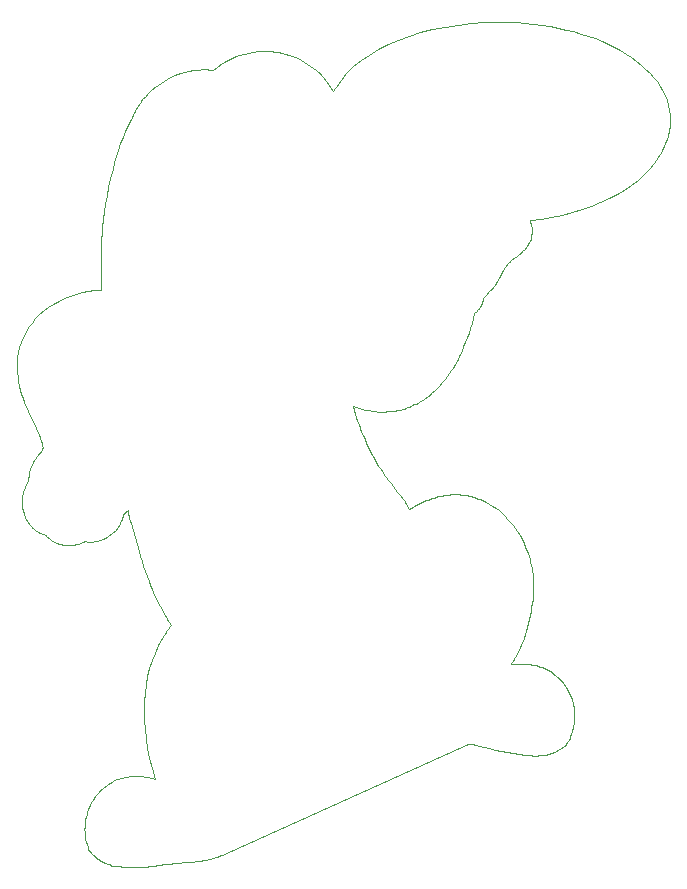
<source format=gbr>
%TF.GenerationSoftware,KiCad,Pcbnew,7.0.6*%
%TF.CreationDate,2023-07-13T14:25:20-05:00*%
%TF.ProjectId,SAO_AMAMW,53414f5f-414d-4414-9d57-2e6b69636164,rev?*%
%TF.SameCoordinates,Original*%
%TF.FileFunction,Profile,NP*%
%FSLAX46Y46*%
G04 Gerber Fmt 4.6, Leading zero omitted, Abs format (unit mm)*
G04 Created by KiCad (PCBNEW 7.0.6) date 2023-07-13 14:25:20*
%MOMM*%
%LPD*%
G01*
G04 APERTURE LIST*
%TA.AperFunction,Profile*%
%ADD10C,0.100000*%
%TD*%
G04 APERTURE END LIST*
%TO.C,X1*%
D10*
X156208243Y-59602864D02*
X156956788Y-59634227D01*
X157693279Y-59685910D01*
X158416867Y-59757433D01*
X159126708Y-59848315D01*
X159821954Y-59958075D01*
X160501760Y-60086233D01*
X161165278Y-60232306D01*
X161811662Y-60395815D01*
X162440066Y-60576278D01*
X163049643Y-60773215D01*
X163639547Y-60986145D01*
X164208931Y-61214586D01*
X164756950Y-61458059D01*
X165282755Y-61716082D01*
X165785502Y-61988174D01*
X166264344Y-62273854D01*
X166718433Y-62572641D01*
X167146924Y-62884056D01*
X167548970Y-63207616D01*
X167923725Y-63542840D01*
X168270342Y-63889249D01*
X168587975Y-64246361D01*
X168875778Y-64613695D01*
X169132903Y-64990770D01*
X169358504Y-65377105D01*
X169551736Y-65772221D01*
X169711751Y-66175634D01*
X169837704Y-66586866D01*
X169928747Y-67005434D01*
X169984034Y-67430859D01*
X170002719Y-67862659D01*
X169998516Y-68066512D01*
X169985944Y-68270094D01*
X169965051Y-68473271D01*
X169935889Y-68675909D01*
X169898509Y-68877872D01*
X169852962Y-69079026D01*
X169799298Y-69279237D01*
X169737569Y-69478370D01*
X169667824Y-69676290D01*
X169590115Y-69872864D01*
X169504493Y-70067957D01*
X169411008Y-70261433D01*
X169309712Y-70453159D01*
X169200655Y-70643000D01*
X169083887Y-70830822D01*
X168959460Y-71016490D01*
X168620483Y-71527564D01*
X168224898Y-72019622D01*
X167775148Y-72491682D01*
X167273671Y-72942761D01*
X166722909Y-73371877D01*
X166125302Y-73778048D01*
X165483290Y-74160291D01*
X164799315Y-74517623D01*
X164075817Y-74849062D01*
X163315236Y-75153626D01*
X162520013Y-75430332D01*
X161692588Y-75678197D01*
X160835402Y-75896240D01*
X159950895Y-76083477D01*
X159041509Y-76238926D01*
X158109683Y-76361606D01*
X158170670Y-76514859D01*
X158219819Y-76671237D01*
X158257186Y-76830037D01*
X158282826Y-76990560D01*
X158296795Y-77152103D01*
X158299150Y-77313965D01*
X158289945Y-77475443D01*
X158269236Y-77635838D01*
X158237080Y-77794446D01*
X158193532Y-77950567D01*
X158138648Y-78103499D01*
X158072484Y-78252540D01*
X157995095Y-78396990D01*
X157906537Y-78536146D01*
X157806867Y-78669307D01*
X157696139Y-78795772D01*
X157638935Y-78854942D01*
X157581473Y-78912442D01*
X157466074Y-79022697D01*
X157350550Y-79127067D01*
X157235509Y-79226083D01*
X157121559Y-79320274D01*
X157009307Y-79410171D01*
X156792331Y-79579204D01*
X156655215Y-79685760D01*
X156531268Y-79784251D01*
X156474170Y-79830976D01*
X156420288Y-79876288D01*
X156369597Y-79920388D01*
X156322072Y-79963477D01*
X156277688Y-80005757D01*
X156236420Y-80047430D01*
X156198242Y-80088695D01*
X156163129Y-80129754D01*
X156131057Y-80170808D01*
X156102000Y-80212059D01*
X156075932Y-80253708D01*
X156052829Y-80295955D01*
X155881080Y-80625028D01*
X155694261Y-80963962D01*
X155491188Y-81308005D01*
X155383187Y-81480458D01*
X155270680Y-81652408D01*
X155153519Y-81823260D01*
X155031557Y-81992420D01*
X154904645Y-82159296D01*
X154772636Y-82323293D01*
X154635382Y-82483817D01*
X154492736Y-82640275D01*
X154344550Y-82792073D01*
X154190677Y-82938617D01*
X154183719Y-82980026D01*
X154175931Y-83021298D01*
X154167300Y-83062422D01*
X154157813Y-83103384D01*
X154147457Y-83144173D01*
X154136221Y-83184776D01*
X154124092Y-83225181D01*
X154111056Y-83265376D01*
X154092107Y-83319274D01*
X154070792Y-83374797D01*
X154046970Y-83431785D01*
X154020501Y-83490076D01*
X153991246Y-83549510D01*
X153959062Y-83609925D01*
X153923811Y-83671162D01*
X153885352Y-83733058D01*
X153843544Y-83795454D01*
X153798248Y-83858188D01*
X153749322Y-83921099D01*
X153696627Y-83984028D01*
X153640022Y-84046812D01*
X153579367Y-84109291D01*
X153514522Y-84171305D01*
X153445346Y-84232692D01*
X153327756Y-84669418D01*
X153205245Y-85094519D01*
X153077631Y-85508527D01*
X152944730Y-85911971D01*
X152806359Y-86305381D01*
X152662336Y-86689288D01*
X152512477Y-87064222D01*
X152356601Y-87430713D01*
X152253579Y-87660548D01*
X152148781Y-87883169D01*
X152042017Y-88098925D01*
X151933099Y-88308166D01*
X151821836Y-88511245D01*
X151708040Y-88708510D01*
X151591523Y-88900311D01*
X151472094Y-89087001D01*
X151308047Y-89330520D01*
X151142921Y-89562842D01*
X150976405Y-89784331D01*
X150808189Y-89995349D01*
X150723347Y-90097045D01*
X150637964Y-90196259D01*
X150552001Y-90293037D01*
X150465419Y-90387424D01*
X150378180Y-90479465D01*
X150290245Y-90569206D01*
X150201575Y-90656692D01*
X150112132Y-90741969D01*
X150004548Y-90840988D01*
X149893602Y-90939151D01*
X149779408Y-91036371D01*
X149662075Y-91132563D01*
X149541715Y-91227638D01*
X149418441Y-91321510D01*
X149292363Y-91414092D01*
X149163592Y-91505298D01*
X149079902Y-91562435D01*
X148996225Y-91617110D01*
X148912729Y-91669392D01*
X148829583Y-91719350D01*
X148665011Y-91812568D01*
X148503856Y-91897311D01*
X148347464Y-91974130D01*
X148197180Y-92043572D01*
X148054351Y-92106187D01*
X147920321Y-92162524D01*
X147776262Y-92219506D01*
X147630907Y-92271964D01*
X147484374Y-92319865D01*
X147336780Y-92363174D01*
X147188244Y-92401858D01*
X147038884Y-92435881D01*
X146888817Y-92465210D01*
X146738162Y-92489810D01*
X146585551Y-92511450D01*
X146423532Y-92532004D01*
X146253216Y-92550412D01*
X146075712Y-92565614D01*
X145892131Y-92576549D01*
X145703583Y-92582157D01*
X145511179Y-92581379D01*
X145316027Y-92573153D01*
X145037466Y-92550761D01*
X144759723Y-92518934D01*
X144482997Y-92477712D01*
X144207486Y-92427136D01*
X143933389Y-92367245D01*
X143660905Y-92298082D01*
X143390232Y-92219686D01*
X143121569Y-92132098D01*
X143219590Y-92443839D01*
X143320934Y-92753679D01*
X143425552Y-93061456D01*
X143533395Y-93367003D01*
X143644412Y-93670158D01*
X143758555Y-93970755D01*
X143875775Y-94268629D01*
X143996020Y-94563617D01*
X144145357Y-94916291D01*
X144298169Y-95263534D01*
X144453959Y-95604179D01*
X144612231Y-95937060D01*
X144690241Y-96080370D01*
X144767210Y-96219737D01*
X144843284Y-96355682D01*
X144918612Y-96488727D01*
X145018785Y-96662247D01*
X145117185Y-96829349D01*
X145213946Y-96990262D01*
X145309207Y-97145217D01*
X145403103Y-97294443D01*
X145495770Y-97438169D01*
X145587346Y-97576625D01*
X145677966Y-97710040D01*
X145823915Y-97918972D01*
X145981150Y-98138100D01*
X146152622Y-98371465D01*
X146341281Y-98623111D01*
X146525452Y-98864457D01*
X146716890Y-99111406D01*
X146916910Y-99365695D01*
X147126826Y-99629062D01*
X147408343Y-99986514D01*
X147447736Y-100044903D01*
X147486854Y-100104371D01*
X147525866Y-100165203D01*
X147564943Y-100227684D01*
X147604256Y-100292100D01*
X147643975Y-100358735D01*
X147684271Y-100427875D01*
X147725314Y-100499804D01*
X147766732Y-100574113D01*
X147807205Y-100648966D01*
X147846684Y-100724315D01*
X147885119Y-100800113D01*
X148044357Y-100711671D01*
X148203684Y-100625592D01*
X148363266Y-100541957D01*
X148523266Y-100460845D01*
X148683848Y-100382338D01*
X148845177Y-100306518D01*
X149007418Y-100233463D01*
X149170733Y-100163257D01*
X149344486Y-100092331D01*
X149516742Y-100026091D01*
X149687572Y-99964521D01*
X149857048Y-99907606D01*
X150025242Y-99855331D01*
X150192226Y-99807682D01*
X150358071Y-99764642D01*
X150522849Y-99726197D01*
X150686632Y-99692332D01*
X150849491Y-99663031D01*
X151011498Y-99638280D01*
X151172725Y-99618062D01*
X151333244Y-99602364D01*
X151493126Y-99591170D01*
X151652443Y-99584464D01*
X151811267Y-99582232D01*
X151977180Y-99584743D01*
X152142611Y-99592268D01*
X152307525Y-99604801D01*
X152471887Y-99622333D01*
X152635661Y-99644857D01*
X152798812Y-99672366D01*
X152961305Y-99704851D01*
X153123105Y-99742305D01*
X153284176Y-99784720D01*
X153444483Y-99832088D01*
X153603990Y-99884401D01*
X153762664Y-99941653D01*
X153920468Y-100003834D01*
X154077366Y-100070938D01*
X154233325Y-100142957D01*
X154388308Y-100219882D01*
X154679247Y-100378969D01*
X154962080Y-100553052D01*
X155236471Y-100741736D01*
X155502084Y-100944627D01*
X155758585Y-101161329D01*
X156005637Y-101391448D01*
X156242905Y-101634589D01*
X156470053Y-101890357D01*
X156686747Y-102158357D01*
X156892649Y-102438193D01*
X157087425Y-102729472D01*
X157270739Y-103031798D01*
X157442255Y-103344777D01*
X157601638Y-103668013D01*
X157748553Y-104001111D01*
X157882663Y-104343677D01*
X157969767Y-104591462D01*
X158049490Y-104841256D01*
X158121804Y-105092835D01*
X158186684Y-105345976D01*
X158244102Y-105600456D01*
X158294032Y-105856049D01*
X158336447Y-106112534D01*
X158371320Y-106369685D01*
X158398624Y-106627280D01*
X158418332Y-106885095D01*
X158430419Y-107142906D01*
X158434856Y-107400489D01*
X158431618Y-107657622D01*
X158420678Y-107914079D01*
X158402008Y-108169638D01*
X158375582Y-108424075D01*
X158328163Y-108786480D01*
X158274773Y-109141155D01*
X158215373Y-109488239D01*
X158149922Y-109827870D01*
X158078377Y-110160188D01*
X158000699Y-110485333D01*
X157916846Y-110803443D01*
X157826777Y-111114657D01*
X157730451Y-111419116D01*
X157627827Y-111716957D01*
X157518864Y-112008320D01*
X157403520Y-112293344D01*
X157281755Y-112572169D01*
X157153527Y-112844933D01*
X157018796Y-113111776D01*
X156877520Y-113372836D01*
X156823571Y-113466880D01*
X156768010Y-113560598D01*
X156711307Y-113654167D01*
X156653933Y-113747760D01*
X156639926Y-113770511D01*
X156575070Y-113875521D01*
X156509219Y-113981120D01*
X156619898Y-113964156D01*
X156730841Y-113949394D01*
X156841989Y-113936853D01*
X156953284Y-113926551D01*
X157064666Y-113918506D01*
X157176076Y-113912737D01*
X157287456Y-113909262D01*
X157398745Y-113908099D01*
X157589341Y-113911536D01*
X157777848Y-113921816D01*
X157964117Y-113938894D01*
X158148000Y-113962722D01*
X158329348Y-113993256D01*
X158508013Y-114030448D01*
X158683846Y-114074253D01*
X158856700Y-114124625D01*
X159026424Y-114181518D01*
X159192872Y-114244885D01*
X159355895Y-114314680D01*
X159515343Y-114390858D01*
X159671069Y-114473372D01*
X159822924Y-114562177D01*
X159970760Y-114657225D01*
X160114428Y-114758471D01*
X160271737Y-114880000D01*
X160422199Y-115008045D01*
X160565746Y-115142309D01*
X160702307Y-115282491D01*
X160831815Y-115428294D01*
X160954200Y-115579417D01*
X161177325Y-115896428D01*
X161371131Y-116231132D01*
X161535067Y-116581134D01*
X161668579Y-116944040D01*
X161771117Y-117317457D01*
X161842128Y-117698992D01*
X161881061Y-118086250D01*
X161887362Y-118476839D01*
X161860482Y-118868364D01*
X161799867Y-119258431D01*
X161704966Y-119644648D01*
X161644486Y-119835564D01*
X161575227Y-120024619D01*
X161497121Y-120211516D01*
X161410098Y-120395953D01*
X161379705Y-120453700D01*
X161347392Y-120509844D01*
X161313205Y-120564351D01*
X161277188Y-120617187D01*
X161239388Y-120668318D01*
X161199851Y-120717710D01*
X161158623Y-120765328D01*
X161115748Y-120811139D01*
X161071274Y-120855109D01*
X161025245Y-120897202D01*
X160977708Y-120937386D01*
X160928708Y-120975626D01*
X160878291Y-121011887D01*
X160826503Y-121046137D01*
X160773390Y-121078340D01*
X160718997Y-121108462D01*
X160609633Y-121181169D01*
X160497507Y-121249078D01*
X160382571Y-121312203D01*
X160264781Y-121370561D01*
X160144091Y-121424165D01*
X160020453Y-121473030D01*
X159893823Y-121517171D01*
X159764153Y-121556603D01*
X159631399Y-121591341D01*
X159495513Y-121621399D01*
X159356450Y-121646792D01*
X159214164Y-121667536D01*
X159068608Y-121683643D01*
X158919737Y-121695131D01*
X158767505Y-121702012D01*
X158611865Y-121704303D01*
X158611590Y-121704303D01*
X158498947Y-121703229D01*
X158387140Y-121700178D01*
X158276336Y-121695403D01*
X158166703Y-121689158D01*
X157951619Y-121673275D01*
X157743228Y-121654559D01*
X157225351Y-121595240D01*
X156708181Y-121518033D01*
X156195327Y-121426432D01*
X155690398Y-121323932D01*
X155197003Y-121214027D01*
X154718752Y-121100213D01*
X153822116Y-120874835D01*
X153743695Y-120855545D01*
X153660182Y-120836155D01*
X153479939Y-120796981D01*
X153285509Y-120757114D01*
X153081012Y-120716357D01*
X152907977Y-120681689D01*
X132102999Y-130078906D01*
X132048672Y-130105844D01*
X131999778Y-130129336D01*
X131976709Y-130140077D01*
X131954208Y-130150300D01*
X131932011Y-130160120D01*
X131909854Y-130169650D01*
X131883503Y-130180643D01*
X131856864Y-130191416D01*
X131802859Y-130212415D01*
X131748110Y-130232867D01*
X131692889Y-130252994D01*
X131637858Y-130273089D01*
X131597347Y-130288255D01*
X131556663Y-130303094D01*
X131515632Y-130317483D01*
X131474078Y-130331302D01*
X131419521Y-130348352D01*
X131364641Y-130364654D01*
X131309514Y-130380354D01*
X131254214Y-130395602D01*
X131189914Y-130413318D01*
X131151995Y-130423966D01*
X131113950Y-130434421D01*
X131075656Y-130444577D01*
X131036990Y-130454333D01*
X130983564Y-130467058D01*
X130928079Y-130479503D01*
X130813418Y-130504077D01*
X130765788Y-130514392D01*
X130692632Y-130529973D01*
X130655807Y-130537427D01*
X130618686Y-130544559D01*
X130560909Y-130555017D01*
X130504349Y-130564761D01*
X130392993Y-130583179D01*
X130337962Y-130592181D01*
X130267678Y-130603568D01*
X130232476Y-130609008D01*
X130197200Y-130614154D01*
X130137922Y-130622438D01*
X130075792Y-130630649D01*
X129946643Y-130646960D01*
X129806147Y-130663882D01*
X129661386Y-130679526D01*
X129588598Y-130686838D01*
X129515635Y-130693774D01*
X129432292Y-130701709D01*
X129278254Y-130715292D01*
X129124117Y-130727977D01*
X128820308Y-130751452D01*
X128455482Y-130780002D01*
X128285905Y-130795252D01*
X128126574Y-130812305D01*
X127921162Y-130837050D01*
X127713790Y-130863376D01*
X127293658Y-130919208D01*
X126633291Y-131005558D01*
X126299366Y-131045661D01*
X125963174Y-131081761D01*
X125624885Y-131112392D01*
X125284671Y-131136087D01*
X124942701Y-131151379D01*
X124599147Y-131156802D01*
X124491992Y-131156220D01*
X124385885Y-131154475D01*
X124280906Y-131151570D01*
X124177136Y-131147510D01*
X124074656Y-131142296D01*
X123973546Y-131135932D01*
X123873887Y-131128422D01*
X123775759Y-131119769D01*
X123740551Y-131117704D01*
X123707202Y-131115394D01*
X123675192Y-131112688D01*
X123659526Y-131111141D01*
X123644000Y-131109439D01*
X123470579Y-131089597D01*
X123301399Y-131068393D01*
X123217772Y-131056822D01*
X123134452Y-131044362D01*
X123051188Y-131030829D01*
X122967730Y-131016040D01*
X122776431Y-131016040D01*
X122608157Y-130934024D01*
X122549685Y-130917346D01*
X122528483Y-130911740D01*
X122507679Y-130906007D01*
X122487174Y-130900122D01*
X122466868Y-130894061D01*
X122432781Y-130883149D01*
X122399513Y-130872045D01*
X122366965Y-130860755D01*
X122335038Y-130849286D01*
X122272648Y-130825832D01*
X122211551Y-130801730D01*
X122183497Y-130791349D01*
X122156017Y-130780763D01*
X122128985Y-130769876D01*
X122102275Y-130758594D01*
X122063320Y-130741197D01*
X122025686Y-130723617D01*
X121989452Y-130705998D01*
X121954701Y-130688483D01*
X121921513Y-130671216D01*
X121889968Y-130654339D01*
X121832133Y-130622333D01*
X121810298Y-130610808D01*
X121788810Y-130599156D01*
X121767618Y-130587256D01*
X121757119Y-130581174D01*
X121746676Y-130574985D01*
X121707029Y-130550724D01*
X121668176Y-130526116D01*
X121629993Y-130501088D01*
X121592356Y-130475564D01*
X121555140Y-130449470D01*
X121518222Y-130422732D01*
X121481477Y-130395274D01*
X121444781Y-130367023D01*
X121384982Y-130319919D01*
X121353519Y-130293798D01*
X121322239Y-130267044D01*
X121291152Y-130239666D01*
X121260266Y-130211671D01*
X121229591Y-130183069D01*
X121199137Y-130153868D01*
X121168912Y-130124078D01*
X121138926Y-130093707D01*
X121097117Y-130059039D01*
X121019862Y-129975177D01*
X120995566Y-129947817D01*
X120971896Y-129919920D01*
X120948860Y-129891497D01*
X120926463Y-129862556D01*
X120904711Y-129833107D01*
X120883610Y-129803159D01*
X120863167Y-129772724D01*
X120843386Y-129741809D01*
X120763217Y-129638354D01*
X120688342Y-129425372D01*
X120617965Y-129216976D01*
X120558918Y-129006355D01*
X120511018Y-128793927D01*
X120474086Y-128580109D01*
X120447941Y-128365320D01*
X120432402Y-128149977D01*
X120427289Y-127934499D01*
X120432421Y-127719303D01*
X120447618Y-127504808D01*
X120472698Y-127291430D01*
X120507482Y-127079589D01*
X120551788Y-126869702D01*
X120605437Y-126662187D01*
X120668247Y-126457463D01*
X120740038Y-126255946D01*
X120820629Y-126058055D01*
X120909840Y-125864208D01*
X121007490Y-125674823D01*
X121113398Y-125490317D01*
X121227384Y-125311110D01*
X121349267Y-125137618D01*
X121478867Y-124970259D01*
X121616003Y-124809452D01*
X121760495Y-124655615D01*
X121912161Y-124509165D01*
X122070822Y-124370520D01*
X122236296Y-124240099D01*
X122408403Y-124118319D01*
X122586962Y-124005598D01*
X122771793Y-123902354D01*
X122962716Y-123809006D01*
X123159549Y-123725970D01*
X123260089Y-123690524D01*
X123333470Y-123664766D01*
X123406234Y-123640615D01*
X123478751Y-123617999D01*
X123551394Y-123596850D01*
X123585040Y-123587746D01*
X123617572Y-123579360D01*
X123649359Y-123571517D01*
X123680774Y-123564044D01*
X123755756Y-123546298D01*
X123826226Y-123530553D01*
X123893820Y-123516539D01*
X123960177Y-123503985D01*
X123995831Y-123497765D01*
X124033694Y-123491492D01*
X124073096Y-123485317D01*
X124113368Y-123479388D01*
X124178314Y-123470555D01*
X124243410Y-123462689D01*
X124308705Y-123455765D01*
X124374247Y-123449756D01*
X124418148Y-123445703D01*
X124455972Y-123442544D01*
X124489779Y-123440080D01*
X124521624Y-123438113D01*
X124586908Y-123435072D01*
X124653184Y-123433024D01*
X124720155Y-123431869D01*
X124787524Y-123431506D01*
X124918757Y-123431506D01*
X125014997Y-123434916D01*
X125112203Y-123440333D01*
X125210055Y-123447685D01*
X125308230Y-123456897D01*
X125329829Y-123459095D01*
X125354628Y-123461989D01*
X125381562Y-123465381D01*
X125409564Y-123469073D01*
X125486393Y-123479146D01*
X125559083Y-123489345D01*
X125629046Y-123499989D01*
X125697696Y-123511401D01*
X125767411Y-123524596D01*
X125833957Y-123537585D01*
X125898844Y-123551256D01*
X125962740Y-123565343D01*
X126025942Y-123579971D01*
X126088748Y-123595264D01*
X126215480Y-123628070D01*
X126258899Y-123640166D01*
X126301900Y-123652581D01*
X126344554Y-123665245D01*
X126386935Y-123678088D01*
X126138967Y-122789695D01*
X125929061Y-121919872D01*
X125757216Y-121068761D01*
X125623430Y-120236501D01*
X125527702Y-119423234D01*
X125470032Y-118629100D01*
X125450417Y-117854240D01*
X125468858Y-117098795D01*
X125525351Y-116362905D01*
X125619898Y-115646711D01*
X125752495Y-114950354D01*
X125923142Y-114273975D01*
X126131839Y-113617713D01*
X126378583Y-112981711D01*
X126663373Y-112366108D01*
X126986209Y-111771045D01*
X127046290Y-111669521D01*
X127107229Y-111568995D01*
X127168968Y-111469548D01*
X127231447Y-111371261D01*
X127294608Y-111274213D01*
X127358393Y-111178487D01*
X127422742Y-111084162D01*
X127487597Y-110991321D01*
X127551395Y-110902621D01*
X127616583Y-110814346D01*
X127683159Y-110726519D01*
X127751124Y-110639163D01*
X127729723Y-110606050D01*
X127708522Y-110572742D01*
X127663794Y-110502976D01*
X127618994Y-110432117D01*
X127529666Y-110289111D01*
X127457466Y-110171996D01*
X127387057Y-110056277D01*
X127313466Y-109933574D01*
X127242060Y-109812861D01*
X127200281Y-109741476D01*
X127159048Y-109670216D01*
X127078021Y-109528171D01*
X126968745Y-109333171D01*
X126919878Y-109243878D01*
X126871678Y-109154611D01*
X126824122Y-109065392D01*
X126777186Y-108976245D01*
X126710254Y-108848720D01*
X126582465Y-108596137D01*
X126460681Y-108345713D01*
X126345546Y-108098812D01*
X126237704Y-107856799D01*
X126113144Y-107560673D01*
X125987939Y-107244949D01*
X125859755Y-106903627D01*
X125726260Y-106530704D01*
X125571618Y-106080423D01*
X125425333Y-105636884D01*
X125288224Y-105208523D01*
X125161113Y-104803775D01*
X125020884Y-104356364D01*
X124840120Y-103771658D01*
X124667369Y-103188690D01*
X124503297Y-102609792D01*
X124348574Y-102037295D01*
X124288652Y-101807223D01*
X124229747Y-101575665D01*
X124113894Y-101109668D01*
X124074466Y-100948794D01*
X124028086Y-100991953D01*
X123980839Y-101033909D01*
X123932748Y-101074649D01*
X123883837Y-101114162D01*
X123834133Y-101152434D01*
X123783660Y-101189453D01*
X123732443Y-101225207D01*
X123680506Y-101259685D01*
X123651833Y-101406509D01*
X123615860Y-101550039D01*
X123572651Y-101690159D01*
X123522268Y-101826749D01*
X123464772Y-101959690D01*
X123400225Y-102088866D01*
X123328689Y-102214158D01*
X123250227Y-102335446D01*
X123164900Y-102452614D01*
X123072770Y-102565544D01*
X122973899Y-102674115D01*
X122868350Y-102778212D01*
X122756183Y-102877715D01*
X122637462Y-102972506D01*
X122512248Y-103062467D01*
X122380603Y-103147479D01*
X122318884Y-103186525D01*
X122288864Y-103204932D01*
X122259098Y-103222693D01*
X122229357Y-103239884D01*
X122199411Y-103256578D01*
X122169031Y-103272851D01*
X122137988Y-103288775D01*
X122099445Y-103307576D01*
X122061188Y-103325519D01*
X122023180Y-103342669D01*
X121985384Y-103359087D01*
X121947761Y-103374835D01*
X121910276Y-103389975D01*
X121872890Y-103404570D01*
X121835566Y-103418681D01*
X121751395Y-103448647D01*
X121666696Y-103475838D01*
X121581526Y-103500250D01*
X121495940Y-103521880D01*
X121409995Y-103540723D01*
X121323746Y-103556778D01*
X121237249Y-103570040D01*
X121150559Y-103580505D01*
X121063733Y-103588171D01*
X120976827Y-103593034D01*
X120889896Y-103595089D01*
X120802995Y-103594335D01*
X120716182Y-103590766D01*
X120629511Y-103584381D01*
X120543038Y-103575174D01*
X120456820Y-103563144D01*
X120331408Y-103641192D01*
X120220286Y-103658656D01*
X120169155Y-103679118D01*
X120117380Y-103698632D01*
X120064984Y-103717191D01*
X120011993Y-103734789D01*
X119958432Y-103751420D01*
X119904325Y-103767076D01*
X119849697Y-103781753D01*
X119794574Y-103795444D01*
X119677653Y-103821060D01*
X119559088Y-103841760D01*
X119439214Y-103857557D01*
X119318363Y-103868463D01*
X119196871Y-103874491D01*
X119075072Y-103875656D01*
X118953298Y-103871970D01*
X118831885Y-103863445D01*
X118711167Y-103850096D01*
X118591477Y-103831936D01*
X118473149Y-103808977D01*
X118356519Y-103781233D01*
X118241919Y-103748717D01*
X118129684Y-103711442D01*
X118020149Y-103669422D01*
X117913646Y-103622668D01*
X117825800Y-103579202D01*
X117779213Y-103554214D01*
X117731086Y-103526948D01*
X117681597Y-103497323D01*
X117630922Y-103465257D01*
X117579238Y-103430669D01*
X117526724Y-103393477D01*
X117473555Y-103353599D01*
X117419909Y-103310955D01*
X117365963Y-103265463D01*
X117311894Y-103217042D01*
X117257880Y-103165610D01*
X117204097Y-103111086D01*
X117150722Y-103053388D01*
X117097934Y-102992434D01*
X117042337Y-102980269D01*
X116987181Y-102966597D01*
X116932483Y-102951424D01*
X116878261Y-102934757D01*
X116824534Y-102916601D01*
X116771319Y-102896963D01*
X116718635Y-102875849D01*
X116666501Y-102853265D01*
X116614934Y-102829217D01*
X116563952Y-102803713D01*
X116513574Y-102776757D01*
X116463819Y-102748356D01*
X116414703Y-102718516D01*
X116366246Y-102687243D01*
X116318466Y-102654544D01*
X116271380Y-102620425D01*
X116252856Y-102609057D01*
X116092517Y-102471736D01*
X116054720Y-102436157D01*
X116017352Y-102399484D01*
X115980442Y-102361738D01*
X115944022Y-102322941D01*
X115908123Y-102283114D01*
X115872775Y-102242279D01*
X115838010Y-102200458D01*
X115803859Y-102157672D01*
X115745913Y-102080417D01*
X115658294Y-101956175D01*
X115577045Y-101829052D01*
X115502220Y-101699245D01*
X115433876Y-101566955D01*
X115372070Y-101432382D01*
X115316858Y-101295725D01*
X115268295Y-101157183D01*
X115226439Y-101016956D01*
X115191345Y-100875245D01*
X115163070Y-100732248D01*
X115141670Y-100588165D01*
X115127201Y-100443195D01*
X115119719Y-100297539D01*
X115119280Y-100151396D01*
X115125941Y-100004966D01*
X115139758Y-99858447D01*
X115149040Y-99787059D01*
X115159919Y-99716073D01*
X115172390Y-99645502D01*
X115186451Y-99575357D01*
X115202098Y-99505651D01*
X115219328Y-99436396D01*
X115238136Y-99367603D01*
X115258520Y-99299285D01*
X115280476Y-99231454D01*
X115304000Y-99164121D01*
X115329090Y-99097300D01*
X115355741Y-99031001D01*
X115383951Y-98965237D01*
X115413715Y-98900019D01*
X115445030Y-98835361D01*
X115477893Y-98771274D01*
X115500911Y-98697719D01*
X115634265Y-98495578D01*
X115640146Y-98469905D01*
X115646042Y-98438923D01*
X115651895Y-98403825D01*
X115657646Y-98365799D01*
X115668605Y-98285729D01*
X115678447Y-98208240D01*
X115697393Y-98061496D01*
X115720730Y-97903200D01*
X115751186Y-97734771D01*
X115769936Y-97647200D01*
X115791488Y-97557629D01*
X115816185Y-97466234D01*
X115844367Y-97373194D01*
X115876375Y-97278686D01*
X115912551Y-97182888D01*
X115953235Y-97085976D01*
X115998768Y-96988130D01*
X116049491Y-96889525D01*
X116105746Y-96790339D01*
X116141102Y-96731900D01*
X116177032Y-96674544D01*
X116213551Y-96618258D01*
X116250674Y-96563025D01*
X116288417Y-96508833D01*
X116326795Y-96455668D01*
X116365825Y-96403513D01*
X116405521Y-96352356D01*
X116445900Y-96302182D01*
X116486975Y-96252976D01*
X116528764Y-96204724D01*
X116571282Y-96157412D01*
X116614544Y-96111026D01*
X116658566Y-96065550D01*
X116703362Y-96020971D01*
X116748950Y-95977275D01*
X116764552Y-95928908D01*
X116781190Y-95880851D01*
X116798856Y-95833116D01*
X116817545Y-95785716D01*
X116837250Y-95738664D01*
X116857967Y-95691972D01*
X116879688Y-95645652D01*
X116902407Y-95599719D01*
X116872271Y-95470122D01*
X116837091Y-95338290D01*
X116797261Y-95204495D01*
X116753176Y-95069008D01*
X116653821Y-94794040D01*
X116542181Y-94515553D01*
X116421412Y-94235714D01*
X116294671Y-93956691D01*
X116035899Y-93409762D01*
X115906117Y-93137846D01*
X115781072Y-92871762D01*
X115661931Y-92609698D01*
X115604939Y-92479607D01*
X115549861Y-92349841D01*
X115313095Y-91749548D01*
X115198270Y-91425350D01*
X115089395Y-91086573D01*
X114989155Y-90734308D01*
X114900235Y-90369647D01*
X114825318Y-89993681D01*
X114767090Y-89607502D01*
X114728234Y-89212201D01*
X114711434Y-88808870D01*
X114719376Y-88398599D01*
X114754744Y-87982481D01*
X114820221Y-87561606D01*
X114918492Y-87137067D01*
X115052242Y-86709954D01*
X115224154Y-86281360D01*
X115440181Y-85846099D01*
X115688891Y-85431922D01*
X115968924Y-85039612D01*
X116278917Y-84669950D01*
X116617510Y-84323717D01*
X116983341Y-84001696D01*
X117375050Y-83704668D01*
X117791276Y-83433415D01*
X118230656Y-83188719D01*
X118691831Y-82971361D01*
X119173438Y-82782122D01*
X119674117Y-82621786D01*
X120192507Y-82491133D01*
X120727246Y-82390945D01*
X121276973Y-82322003D01*
X121840327Y-82285090D01*
X121826571Y-81918902D01*
X121798252Y-80889245D01*
X121791736Y-80403052D01*
X121790324Y-79933206D01*
X121794021Y-79477646D01*
X121802835Y-79034315D01*
X121816770Y-78601154D01*
X121835833Y-78176105D01*
X121852237Y-77876036D01*
X121871020Y-77579738D01*
X121923595Y-76943772D01*
X121993557Y-76297298D01*
X122081428Y-75637275D01*
X122187730Y-74960660D01*
X122312982Y-74264412D01*
X122457705Y-73545489D01*
X122622421Y-72800850D01*
X122807650Y-72027453D01*
X122953211Y-71473529D01*
X123113169Y-70927067D01*
X123287359Y-70388511D01*
X123475617Y-69858305D01*
X123677779Y-69336892D01*
X123893681Y-68824715D01*
X124123158Y-68322218D01*
X124366046Y-67829845D01*
X124412472Y-67715024D01*
X124461431Y-67600412D01*
X124512876Y-67486091D01*
X124566762Y-67372146D01*
X124623041Y-67258659D01*
X124681669Y-67145716D01*
X124742597Y-67033400D01*
X124805781Y-66921794D01*
X124874979Y-66804717D01*
X124946533Y-66689146D01*
X125020423Y-66575107D01*
X125096631Y-66462625D01*
X125175135Y-66351725D01*
X125255918Y-66242430D01*
X125338960Y-66134766D01*
X125424242Y-66028758D01*
X125511743Y-65924431D01*
X125601445Y-65821808D01*
X125693329Y-65720916D01*
X125787374Y-65621779D01*
X125883562Y-65524421D01*
X125981873Y-65428868D01*
X126082288Y-65335144D01*
X126184787Y-65243274D01*
X126201064Y-65228048D01*
X126219349Y-65211359D01*
X126239071Y-65193828D01*
X126249294Y-65184940D01*
X126259661Y-65176074D01*
X126413386Y-65061770D01*
X127697146Y-64247119D01*
X127750465Y-64222123D01*
X127804609Y-64197471D01*
X127916288Y-64148792D01*
X128034020Y-64100264D01*
X128159640Y-64051066D01*
X128175827Y-64044260D01*
X128191917Y-64037703D01*
X128208009Y-64031344D01*
X128224200Y-64025134D01*
X128255732Y-64013661D01*
X128286510Y-64002801D01*
X128346267Y-63982601D01*
X128404390Y-63963891D01*
X128461795Y-63946025D01*
X128566035Y-63912684D01*
X128621621Y-63894222D01*
X128677330Y-63876307D01*
X128733286Y-63859185D01*
X128761396Y-63850999D01*
X128789614Y-63843104D01*
X128815250Y-63836226D01*
X128840774Y-63829658D01*
X128891540Y-63817305D01*
X128942010Y-63805745D01*
X128992282Y-63794681D01*
X129092028Y-63771930D01*
X129158161Y-63756255D01*
X129224418Y-63741202D01*
X129290826Y-63727094D01*
X129324094Y-63720494D01*
X129357409Y-63714252D01*
X129411321Y-63704887D01*
X129465457Y-63696490D01*
X129519741Y-63688837D01*
X129574099Y-63681705D01*
X129681254Y-63666888D01*
X129742381Y-63657952D01*
X129803558Y-63649560D01*
X129864834Y-63641961D01*
X129926257Y-63635402D01*
X129986571Y-63630099D01*
X130047207Y-63625912D01*
X130108090Y-63622567D01*
X130169146Y-63619792D01*
X130275775Y-63614238D01*
X130331931Y-63611003D01*
X130388088Y-63608216D01*
X130444246Y-63606125D01*
X130500407Y-63604976D01*
X130536120Y-63604709D01*
X130591445Y-63605168D01*
X130646719Y-63606397D01*
X130701991Y-63608172D01*
X130757312Y-63610271D01*
X130862353Y-63613971D01*
X130915692Y-63615460D01*
X130968982Y-63617345D01*
X131022271Y-63619925D01*
X131075610Y-63623500D01*
X131107887Y-63625995D01*
X131140400Y-63628884D01*
X131205983Y-63635633D01*
X131272061Y-63643326D01*
X131338336Y-63651538D01*
X131401309Y-63598094D01*
X131453965Y-63553977D01*
X131506845Y-63510256D01*
X131560073Y-63467128D01*
X131613772Y-63424792D01*
X131643030Y-63402232D01*
X131673404Y-63379451D01*
X131736010Y-63333514D01*
X131785220Y-63297526D01*
X131824334Y-63268984D01*
X131863571Y-63240613D01*
X131903056Y-63212588D01*
X131942912Y-63185084D01*
X131982781Y-63158252D01*
X132023940Y-63131371D01*
X132065991Y-63104490D01*
X132108538Y-63077662D01*
X132163310Y-63043002D01*
X132194124Y-63023375D01*
X132225088Y-63003873D01*
X132256251Y-62984620D01*
X132287661Y-62965739D01*
X132347929Y-62930662D01*
X132408445Y-62896651D01*
X132469160Y-62863384D01*
X132530024Y-62830539D01*
X132567318Y-62809823D01*
X132598782Y-62792604D01*
X132626427Y-62777816D01*
X132652262Y-62764392D01*
X132724473Y-62728292D01*
X132797353Y-62693256D01*
X132870779Y-62659064D01*
X132944628Y-62625491D01*
X132965912Y-62615200D01*
X132988313Y-62604687D01*
X133011560Y-62594123D01*
X133035380Y-62583682D01*
X133130167Y-62543425D01*
X133226937Y-62504110D01*
X133325295Y-62465887D01*
X133424846Y-62428905D01*
X133519305Y-62394771D01*
X135135112Y-62062457D01*
X135202784Y-62056702D01*
X135269949Y-62051733D01*
X135336717Y-62047546D01*
X135403200Y-62044133D01*
X135469510Y-62041490D01*
X135535757Y-62039609D01*
X135602055Y-62038485D01*
X135668513Y-62038112D01*
X135966398Y-62044780D01*
X136262676Y-62064683D01*
X136556931Y-62097665D01*
X136848748Y-62143573D01*
X137137712Y-62202252D01*
X137423405Y-62273549D01*
X137705412Y-62357308D01*
X137983318Y-62453376D01*
X138256707Y-62561598D01*
X138525162Y-62681820D01*
X138788267Y-62813888D01*
X139045608Y-62957648D01*
X139296769Y-63112945D01*
X139541332Y-63279625D01*
X139778883Y-63457534D01*
X140009005Y-63646518D01*
X140118224Y-63742601D01*
X140225104Y-63841012D01*
X140329628Y-63941707D01*
X140431776Y-64044638D01*
X140531531Y-64149759D01*
X140628874Y-64257025D01*
X140723786Y-64366390D01*
X140816248Y-64477806D01*
X140906242Y-64591229D01*
X140993749Y-64706611D01*
X141078751Y-64823907D01*
X141161230Y-64943071D01*
X141241166Y-65064056D01*
X141318541Y-65186817D01*
X141393336Y-65311307D01*
X141465533Y-65437480D01*
X141522151Y-65346199D01*
X141580530Y-65255315D01*
X141640745Y-65164828D01*
X141702868Y-65074740D01*
X142114614Y-64471459D01*
X142604465Y-63895385D01*
X143168466Y-63348136D01*
X143802661Y-62831328D01*
X144503096Y-62346577D01*
X145265815Y-61895499D01*
X146086863Y-61479710D01*
X146962285Y-61100827D01*
X147888125Y-60760466D01*
X148860429Y-60460242D01*
X149875240Y-60201773D01*
X150928605Y-59986674D01*
X152016568Y-59816561D01*
X153135172Y-59693051D01*
X154280465Y-59617759D01*
X155448489Y-59592303D01*
X156208243Y-59602864D01*
%TD*%
M02*

</source>
